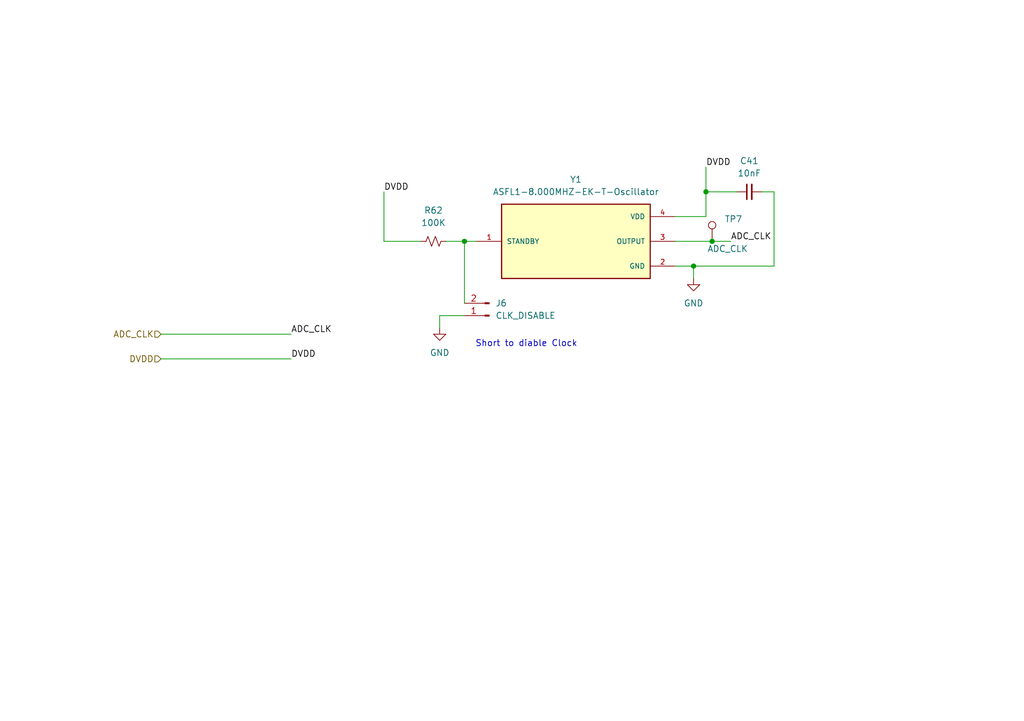
<source format=kicad_sch>
(kicad_sch (version 20231120) (generator "eeschema") (generator_version "8.0")
  (paper "A5")
  (lib_symbols
    (symbol "Connector:Conn_01x02_Pin" (pin_names (offset 1.016) hide)
      (property "Reference" "J" (at 0 2.54 0))
      (property "Value" "Conn_01x02_Pin" (at 0 -5.08 0))
      (symbol "Conn_01x02_Pin_1_1"
        (polyline (pts (xy 1.27 -2.54) (xy 0.8636 -2.54)) (stroke (width 0.1524)))
        (polyline (pts (xy 1.27 0) (xy 0.8636 0)) (stroke (width 0.1524)))
        (rectangle (start 0.8636 -2.413) (end 0 -2.667) (stroke (width 0.1524)) (fill (type outline)))
        (rectangle (start 0.8636 0.127) (end 0 -0.127) (stroke (width 0.1524)) (fill (type outline)))
        (pin passive line (at 5.08 0 180) (length 3.81) (name "Pin_1") (number "1"))
        (pin passive line (at 5.08 -2.54 180) (length 3.81) (name "Pin_2") (number "2"))
      )
    )
    (symbol "Connector:TestPoint" (pin_numbers hide) (pin_names (offset 0.762) hide)
      (property "Reference" "TP" (at 0 6.858 0))
      (property "Value" "TestPoint" (at 0 5.08 0))
      (symbol "TestPoint_0_1"
        (circle (center 0 3.302) (radius 0.762))
      )
      (symbol "TestPoint_1_1"
        (pin passive line (at 0 0 90) (length 2.54) (name "1") (number "1"))
      )
    )
    (symbol "Device:C_Small" (pin_numbers hide) (pin_names (offset 0.254) hide)
      (property "Reference" "C" (at 0.254 1.778 0))
      (property "Value" "C_Small" (at 0.254 -2.032 0))
      (symbol "C_Small_0_1"
        (polyline (pts (xy -1.524 -0.508) (xy 1.524 -0.508)) (stroke (width 0.3302)))
        (polyline (pts (xy -1.524 0.508) (xy 1.524 0.508)) (stroke (width 0.3048)))
      )
      (symbol "C_Small_1_1"
        (pin passive line (at 0 2.54 270) (length 2.032) (name "~") (number "1"))
        (pin passive line (at 0 -2.54 90) (length 2.032) (name "~") (number "2"))
      )
    )
    (symbol "Device:R_Small_US" (pin_numbers hide) (pin_names (offset 0.254) hide)
      (property "Reference" "R" (at 0.762 0.508 0))
      (property "Value" "R_Small_US" (at 0.762 -1.016 0))
      (symbol "R_Small_US_1_1"
        (polyline (pts (xy 0 0) (xy 1.016 -0.381) (xy 0 -0.762) (xy -1.016 -1.143) (xy 0 -1.524)))
        (polyline (pts (xy 0 1.524) (xy 1.016 1.143) (xy 0 0.762) (xy -1.016 0.381) (xy 0 0)))
        (pin passive line (at 0 2.54 270) (length 1.016) (name "~") (number "1"))
        (pin passive line (at 0 -2.54 90) (length 1.016) (name "~") (number "2"))
      )
    )
    (symbol "Project Symbol Library:ASEMB-8.000MHZ-XY-T" (pin_names (offset 1.016))
      (property "Reference" "Y" (at -15.24 8.128 0))
      (property "Value" "ASEMB-8.000MHZ-XY-T" (at -15.24 -10.16 0))
      (symbol "ASEMB-8.000MHZ-XY-T_0_0"
        (rectangle (start -15.24 -7.62) (end 15.24 7.62) (stroke (width 0.254)) (fill (type background)))
        (pin passive line (at -20.32 0 0) (length 5.08) (name "STANDBY") (number "1"))
        (pin power_in line (at 20.32 -5.08 180) (length 5.08) (name "GND") (number "2"))
        (pin output line (at 20.32 0 180) (length 5.08) (name "OUTPUT") (number "3"))
        (pin power_in line (at 20.32 5.08 180) (length 5.08) (name "VDD") (number "4"))
      )
    )
    (symbol "power:GND" (power) (pin_numbers hide) (pin_names (offset 0) hide)
      (property "Value" "GND" (at 0 -3.81 0))
      (symbol "GND_0_1"
        (polyline (pts (xy 0 0) (xy 0 -1.27) (xy 1.27 -1.27) (xy 0 -2.54) (xy -1.27 -1.27) (xy 0 -1.27)))
      )
      (symbol "GND_1_1"
        (pin power_in line (at 0 0 270) (length 0) (name "~") (number "1"))
      )
    )
  )
  (junction (at 146.05 49.53))
  (junction (at 142.24 54.61))
  (junction (at 144.78 39.37))
  (junction (at 95.25 49.53))
  (wire (pts (xy 95.25 49.53) (xy 97.79 49.53)))
  (wire (pts (xy 78.74 49.53) (xy 86.36 49.53)))
  (wire (pts (xy 95.25 49.53) (xy 95.25 62.23)))
  (wire (pts (xy 144.78 39.37) (xy 151.13 39.37)))
  (wire (pts (xy 138.43 49.53) (xy 146.05 49.53)))
  (wire (pts (xy 146.05 49.53) (xy 149.86 49.53)))
  (wire (pts (xy 158.75 39.37) (xy 158.75 54.61)))
  (wire (pts (xy 90.17 64.77) (xy 95.25 64.77)))
  (wire (pts (xy 78.74 39.37) (xy 78.74 49.53)))
  (wire (pts (xy 138.43 54.61) (xy 142.24 54.61)))
  (wire (pts (xy 33.02 73.66) (xy 59.69 73.66)))
  (wire (pts (xy 142.24 57.15) (xy 142.24 54.61)))
  (wire (pts (xy 144.78 39.37) (xy 144.78 44.45)))
  (wire (pts (xy 158.75 39.37) (xy 156.21 39.37)))
  (wire (pts (xy 144.78 44.45) (xy 138.43 44.45)))
  (wire (pts (xy 158.75 54.61) (xy 142.24 54.61)))
  (wire (pts (xy 91.44 49.53) (xy 95.25 49.53)))
  (wire (pts (xy 33.02 68.58) (xy 59.69 68.58)))
  (wire (pts (xy 144.78 34.29) (xy 144.78 39.37)))
  (wire (pts (xy 90.17 67.31) (xy 90.17 64.77)))
  (text "Short to diable Clock" (at 107.95 70.612 0) (effects (font (size 1.27 1.27))))
  (label "DVDD" (at 144.78 34.29 0))
  (label "DVDD" (at 59.69 73.66 0))
  (label "ADC_CLK" (at 59.69 68.58 0))
  (label "ADC_CLK" (at 149.86 49.53 0))
  (label "DVDD" (at 78.74 39.37 0))
  (hierarchical_label "DVDD" (shape input) (at 33.02 73.66 180))
  (hierarchical_label "ADC_CLK" (shape input) (at 33.02 68.58 180))
  (symbol (lib_id "Connector:Conn_01x02_Pin") (at 100.33 64.77 180) (unit 1)
    (property "Reference" "J6" (at 101.6 62.2299 0) (effects (justify right)))
    (property "Value" "CLK_DISABLE" (at 101.6 64.7699 0) (effects (justify right)))
    (property "Footprint" "Connector_PinHeader_2.54mm:PinHeader_1x02_P2.54mm_Vertical" (effects (hide yes)))
    (property "Description" "Generic connector, single row, 01x02, script generated" (effects (hide yes)))
  )
  (symbol (lib_id "Project Symbol Library:ASEMB-8.000MHZ-XY-T") (at 118.11 49.53 0) (unit 1)
    (property "Reference" "Y1" (at 118.11 36.83 0))
    (property "Value" "ASFL1-8.000MHZ-EK-T-Oscillator" (at 118.11 39.37 0))
    (property "Footprint" "Crystal:Crystal_SMD_5032-4Pin_5.0x3.2mm" (effects (hide yes)))
    (property "PARTREV" "1.4.2021" (effects (hide yes)))
    (property "STANDARD" "Manufacturer Recommendations" (effects (hide yes)))
    (property "SNAPEDA_PN" "ASEMB-8.000MHZ-XY-T" (effects (hide yes)))
    (property "MAXIMUM_PACKAGE_HEIGHT" "0.9 mm" (effects (hide yes)))
    (property "MANUFACTURER" "Abracon" (effects (hide yes)))
  )
  (symbol (lib_id "power:GND") (at 90.17 67.31 0) (unit 1)
    (property "Reference" "#PWR068" (effects (hide yes)))
    (property "Value" "GND" (at 90.17 72.39 0))
    (property "Description" "Power symbol creates a global label with name \"GND\" , ground" (effects (hide yes)))
  )
  (symbol (lib_id "Connector:TestPoint") (at 146.05 49.53 0) (unit 1)
    (property "Reference" "TP7" (at 148.59 44.9579 0) (effects (justify left)))
    (property "Value" "ADC_CLK" (at 145.034 51.054 0) (effects (justify left)))
    (property "Footprint" "TestPoint:TestPoint_THTPad_D2.0mm_Drill1.0mm" (effects (hide yes)))
    (property "Description" "test point" (effects (hide yes)))
  )
  (symbol (lib_id "Device:C_Small") (at 153.67 39.37 90) (unit 1)
    (property "Reference" "C41" (at 153.6763 33.02 90))
    (property "Value" "10nF" (at 153.6763 35.56 90))
    (property "Footprint" "Capacitor_SMD:C_0603_1608Metric_Pad1.08x0.95mm_HandSolder" (effects (hide yes)))
    (property "Description" "Unpolarized capacitor, small symbol" (effects (hide yes)))
  )
  (symbol (lib_id "power:GND") (at 142.24 57.15 0) (unit 1)
    (property "Reference" "#PWR067" (effects (hide yes)))
    (property "Value" "GND" (at 142.24 62.23 0))
    (property "Description" "Power symbol creates a global label with name \"GND\" , ground" (effects (hide yes)))
  )
  (symbol (lib_id "Device:R_Small_US") (at 88.9 49.53 90) (unit 1)
    (property "Reference" "R62" (at 88.9 43.18 90))
    (property "Value" "100K" (at 88.9 45.72 90))
    (property "Footprint" "Resistor_SMD:R_0603_1608Metric_Pad0.98x0.95mm_HandSolder" (effects (hide yes)))
    (property "Description" "Resistor, small US symbol" (effects (hide yes)))
  )
)
</source>
